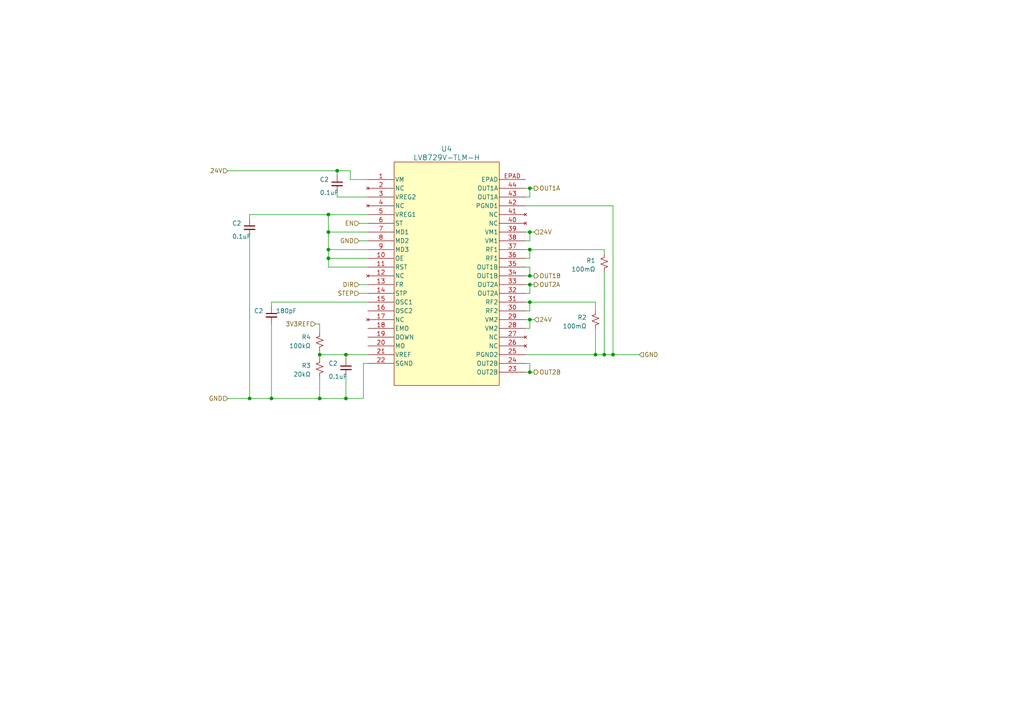
<source format=kicad_sch>
(kicad_sch (version 20230121) (generator eeschema)
  (paper "A4")
  (lib_symbols
    (symbol "1_b7parts:LV8729V-TLM-H" (pin_names (offset 0.254))
      (property "Reference" "U" (at 22.86 10.16 0))
      (property "Value" "LV8729V-TLM-H" (at 22.86 7.62 0))
      (symbol "LV8729V-TLM-H_1_1"
        (rectangle (start 7.62 5.08) (end 38.1 -59.69) (fill (type background)))
        (pin power_in line (at 0 0 0) (length 7.62) (name "VM") (number "1"))
        (pin unspecified line (at 0 -22.86 0) (length 7.62) (name "OE") (number "10"))
        (pin input line (at 0 -25.4 0) (length 7.62) (name "RST") (number "11"))
        (pin no_connect line (at 0 -27.94 0) (length 7.62) (name "NC") (number "12"))
        (pin input line (at 0 -30.48 0) (length 7.62) (name "FR") (number "13"))
        (pin input line (at 0 -33.02 0) (length 7.62) (name "STP") (number "14"))
        (pin unspecified line (at 0 -35.56 0) (length 7.62) (name "OSC1") (number "15"))
        (pin unspecified line (at 0 -38.1 0) (length 7.62) (name "OSC2") (number "16"))
        (pin no_connect line (at 0 -40.64 0) (length 7.62) (name "NC") (number "17"))
        (pin output line (at 0 -43.18 0) (length 7.62) (name "EMO") (number "18"))
        (pin output line (at 0 -45.72 0) (length 7.62) (name "DOWN") (number "19"))
        (pin no_connect line (at 0 -2.54 0) (length 7.62) (name "NC") (number "2"))
        (pin unspecified line (at 0 -48.26 0) (length 7.62) (name "MO") (number "20"))
        (pin input line (at 0 -50.8 0) (length 7.62) (name "VREF") (number "21"))
        (pin power_out line (at 0 -53.34 0) (length 7.62) (name "SGND") (number "22"))
        (pin output line (at 45.72 -55.88 180) (length 7.62) (name "OUT2B") (number "23"))
        (pin output line (at 45.72 -53.34 180) (length 7.62) (name "OUT2B") (number "24"))
        (pin power_out line (at 45.72 -50.8 180) (length 7.62) (name "PGND2") (number "25"))
        (pin no_connect line (at 45.72 -48.26 180) (length 7.62) (name "NC") (number "26"))
        (pin no_connect line (at 45.72 -45.72 180) (length 7.62) (name "NC") (number "27"))
        (pin power_in line (at 45.72 -43.18 180) (length 7.62) (name "VM2") (number "28"))
        (pin power_in line (at 45.72 -40.64 180) (length 7.62) (name "VM2") (number "29"))
        (pin unspecified line (at 0 -5.08 0) (length 7.62) (name "VREG2") (number "3"))
        (pin unspecified line (at 45.72 -38.1 180) (length 7.62) (name "RF2") (number "30"))
        (pin unspecified line (at 45.72 -35.56 180) (length 7.62) (name "RF2") (number "31"))
        (pin output line (at 45.72 -33.02 180) (length 7.62) (name "OUT2A") (number "32"))
        (pin output line (at 45.72 -30.48 180) (length 7.62) (name "OUT2A") (number "33"))
        (pin output line (at 45.72 -27.94 180) (length 7.62) (name "OUT1B") (number "34"))
        (pin output line (at 45.72 -25.4 180) (length 7.62) (name "OUT1B") (number "35"))
        (pin unspecified line (at 45.72 -22.86 180) (length 7.62) (name "RF1") (number "36"))
        (pin unspecified line (at 45.72 -20.32 180) (length 7.62) (name "RF1") (number "37"))
        (pin power_in line (at 45.72 -17.78 180) (length 7.62) (name "VM1") (number "38"))
        (pin power_in line (at 45.72 -15.24 180) (length 7.62) (name "VM1") (number "39"))
        (pin no_connect line (at 0 -7.62 0) (length 7.62) (name "NC") (number "4"))
        (pin no_connect line (at 45.72 -12.7 180) (length 7.62) (name "NC") (number "40"))
        (pin no_connect line (at 45.72 -10.16 180) (length 7.62) (name "NC") (number "41"))
        (pin power_out line (at 45.72 -7.62 180) (length 7.62) (name "PGND1") (number "42"))
        (pin output line (at 45.72 -5.08 180) (length 7.62) (name "OUT1A") (number "43"))
        (pin output line (at 45.72 -2.54 180) (length 7.62) (name "OUT1A") (number "44"))
        (pin unspecified line (at 0 -10.16 0) (length 7.62) (name "VREG1") (number "5"))
        (pin unspecified line (at 0 -12.7 0) (length 7.62) (name "ST") (number "6"))
        (pin unspecified line (at 0 -15.24 0) (length 7.62) (name "MD1") (number "7"))
        (pin unspecified line (at 0 -17.78 0) (length 7.62) (name "MD2") (number "8"))
        (pin unspecified line (at 0 -20.32 0) (length 7.62) (name "MD3") (number "9"))
        (pin unspecified line (at 45.72 0 180) (length 7.62) (name "EPAD") (number "EPAD"))
      )
    )
    (symbol "Device:C_Small" (pin_numbers hide) (pin_names (offset 0.254) hide)
      (property "Reference" "C" (at 0.254 1.778 0))
      (property "Value" "C_Small" (at 0.254 -2.032 0))
      (symbol "C_Small_0_1"
        (polyline (pts (xy -1.524 -0.508) (xy 1.524 -0.508)) (stroke (width 0.3302)))
        (polyline (pts (xy -1.524 0.508) (xy 1.524 0.508)) (stroke (width 0.3048)))
      )
      (symbol "C_Small_1_1"
        (pin passive line (at 0 2.54 270) (length 2.032) (name "~") (number "1"))
        (pin passive line (at 0 -2.54 90) (length 2.032) (name "~") (number "2"))
      )
    )
    (symbol "Device:R_Small_US" (pin_numbers hide) (pin_names (offset 0.254) hide)
      (property "Reference" "R" (at 0.762 0.508 0))
      (property "Value" "R_Small_US" (at 0.762 -1.016 0))
      (symbol "R_Small_US_1_1"
        (polyline (pts (xy 0 0) (xy 1.016 -0.381) (xy 0 -0.762) (xy -1.016 -1.143) (xy 0 -1.524)))
        (polyline (pts (xy 0 1.524) (xy 1.016 1.143) (xy 0 0.762) (xy -1.016 0.381) (xy 0 0)))
        (pin passive line (at 0 2.54 270) (length 1.016) (name "~") (number "1"))
        (pin passive line (at 0 -2.54 90) (length 1.016) (name "~") (number "2"))
      )
    )
  )
  (junction (at 153.67 92.71))
  (junction (at 177.8 102.87))
  (junction (at 97.79 49.53))
  (junction (at 78.74 115.57))
  (junction (at 153.67 80.01))
  (junction (at 95.25 62.23))
  (junction (at 92.71 115.57))
  (junction (at 153.67 87.63))
  (junction (at 100.33 102.87))
  (junction (at 95.25 67.31))
  (junction (at 153.67 82.55))
  (junction (at 100.33 115.57))
  (junction (at 153.67 54.61))
  (junction (at 153.67 107.95))
  (junction (at 95.25 74.93))
  (junction (at 175.26 102.87))
  (junction (at 153.67 67.31))
  (junction (at 153.67 72.39))
  (junction (at 95.25 72.39))
  (junction (at 72.39 115.57))
  (junction (at 172.72 102.87))
  (junction (at 92.71 102.87))
  (wire (pts (xy 104.14 82.55) (xy 106.68 82.55)))
  (wire (pts (xy 153.67 95.25) (xy 153.67 92.71)))
  (wire (pts (xy 172.72 102.87) (xy 175.26 102.87)))
  (wire (pts (xy 92.71 109.22) (xy 92.71 115.57)))
  (wire (pts (xy 177.8 59.69) (xy 177.8 102.87)))
  (wire (pts (xy 92.71 102.87) (xy 100.33 102.87)))
  (wire (pts (xy 153.67 74.93) (xy 153.67 72.39)))
  (wire (pts (xy 152.4 87.63) (xy 153.67 87.63)))
  (wire (pts (xy 152.4 80.01) (xy 153.67 80.01)))
  (wire (pts (xy 100.33 115.57) (xy 105.41 115.57)))
  (wire (pts (xy 95.25 62.23) (xy 106.68 62.23)))
  (wire (pts (xy 152.4 102.87) (xy 172.72 102.87)))
  (wire (pts (xy 152.4 69.85) (xy 153.67 69.85)))
  (wire (pts (xy 172.72 95.25) (xy 172.72 102.87)))
  (wire (pts (xy 106.68 77.47) (xy 95.25 77.47)))
  (wire (pts (xy 92.71 115.57) (xy 100.33 115.57)))
  (wire (pts (xy 152.4 82.55) (xy 153.67 82.55)))
  (wire (pts (xy 175.26 78.74) (xy 175.26 102.87)))
  (wire (pts (xy 72.39 115.57) (xy 78.74 115.57)))
  (wire (pts (xy 100.33 102.87) (xy 100.33 104.14)))
  (wire (pts (xy 104.14 85.09) (xy 106.68 85.09)))
  (wire (pts (xy 72.39 62.23) (xy 95.25 62.23)))
  (wire (pts (xy 92.71 101.6) (xy 92.71 102.87)))
  (wire (pts (xy 177.8 102.87) (xy 185.42 102.87)))
  (wire (pts (xy 78.74 115.57) (xy 92.71 115.57)))
  (wire (pts (xy 97.79 49.53) (xy 97.79 50.8)))
  (wire (pts (xy 106.68 72.39) (xy 95.25 72.39)))
  (wire (pts (xy 175.26 102.87) (xy 177.8 102.87)))
  (wire (pts (xy 152.4 92.71) (xy 153.67 92.71)))
  (wire (pts (xy 97.79 57.15) (xy 106.68 57.15)))
  (wire (pts (xy 152.4 57.15) (xy 153.67 57.15)))
  (wire (pts (xy 78.74 87.63) (xy 106.68 87.63)))
  (wire (pts (xy 78.74 88.9) (xy 78.74 87.63)))
  (wire (pts (xy 95.25 74.93) (xy 95.25 72.39)))
  (wire (pts (xy 105.41 115.57) (xy 105.41 105.41)))
  (wire (pts (xy 104.14 69.85) (xy 106.68 69.85)))
  (wire (pts (xy 153.67 105.41) (xy 153.67 107.95)))
  (wire (pts (xy 101.6 49.53) (xy 101.6 52.07)))
  (wire (pts (xy 78.74 93.98) (xy 78.74 115.57)))
  (wire (pts (xy 153.67 67.31) (xy 154.94 67.31)))
  (wire (pts (xy 101.6 52.07) (xy 106.68 52.07)))
  (wire (pts (xy 152.4 72.39) (xy 153.67 72.39)))
  (wire (pts (xy 95.25 67.31) (xy 95.25 62.23)))
  (wire (pts (xy 106.68 102.87) (xy 100.33 102.87)))
  (wire (pts (xy 153.67 82.55) (xy 153.67 85.09)))
  (wire (pts (xy 153.67 90.17) (xy 153.67 87.63)))
  (wire (pts (xy 105.41 105.41) (xy 106.68 105.41)))
  (wire (pts (xy 97.79 55.88) (xy 97.79 57.15)))
  (wire (pts (xy 153.67 87.63) (xy 172.72 87.63)))
  (wire (pts (xy 153.67 107.95) (xy 154.94 107.95)))
  (wire (pts (xy 95.25 72.39) (xy 95.25 67.31)))
  (wire (pts (xy 95.25 77.47) (xy 95.25 74.93)))
  (wire (pts (xy 97.79 49.53) (xy 101.6 49.53)))
  (wire (pts (xy 152.4 54.61) (xy 153.67 54.61)))
  (wire (pts (xy 152.4 105.41) (xy 153.67 105.41)))
  (wire (pts (xy 152.4 67.31) (xy 153.67 67.31)))
  (wire (pts (xy 92.71 93.98) (xy 92.71 96.52)))
  (wire (pts (xy 106.68 74.93) (xy 95.25 74.93)))
  (wire (pts (xy 104.14 64.77) (xy 106.68 64.77)))
  (wire (pts (xy 92.71 104.14) (xy 92.71 102.87)))
  (wire (pts (xy 153.67 82.55) (xy 154.94 82.55)))
  (wire (pts (xy 153.67 54.61) (xy 153.67 57.15)))
  (wire (pts (xy 175.26 72.39) (xy 175.26 73.66)))
  (wire (pts (xy 66.04 49.53) (xy 97.79 49.53)))
  (wire (pts (xy 72.39 68.58) (xy 72.39 115.57)))
  (wire (pts (xy 153.67 72.39) (xy 175.26 72.39)))
  (wire (pts (xy 66.04 115.57) (xy 72.39 115.57)))
  (wire (pts (xy 172.72 87.63) (xy 172.72 90.17)))
  (wire (pts (xy 152.4 107.95) (xy 153.67 107.95)))
  (wire (pts (xy 153.67 69.85) (xy 153.67 67.31)))
  (wire (pts (xy 153.67 54.61) (xy 154.94 54.61)))
  (wire (pts (xy 106.68 67.31) (xy 95.25 67.31)))
  (wire (pts (xy 152.4 95.25) (xy 153.67 95.25)))
  (wire (pts (xy 152.4 74.93) (xy 153.67 74.93)))
  (wire (pts (xy 91.44 93.98) (xy 92.71 93.98)))
  (wire (pts (xy 152.4 59.69) (xy 177.8 59.69)))
  (wire (pts (xy 152.4 77.47) (xy 153.67 77.47)))
  (wire (pts (xy 153.67 77.47) (xy 153.67 80.01)))
  (wire (pts (xy 152.4 90.17) (xy 153.67 90.17)))
  (wire (pts (xy 152.4 85.09) (xy 153.67 85.09)))
  (wire (pts (xy 100.33 109.22) (xy 100.33 115.57)))
  (wire (pts (xy 153.67 80.01) (xy 154.94 80.01)))
  (wire (pts (xy 72.39 63.5) (xy 72.39 62.23)))
  (wire (pts (xy 153.67 92.71) (xy 154.94 92.71)))
  (hierarchical_label "3V3REF" (shape input) (at 91.44 93.98 180))
  (hierarchical_label "OUT1B" (shape output) (at 154.94 80.01 0))
  (hierarchical_label "GND" (shape input) (at 185.42 102.87 0))
  (hierarchical_label "EN" (shape input) (at 104.14 64.77 180))
  (hierarchical_label "24V" (shape input) (at 66.04 49.53 180))
  (hierarchical_label "24V" (shape input) (at 154.94 92.71 0))
  (hierarchical_label "24V" (shape input) (at 154.94 67.31 0))
  (hierarchical_label "GND" (shape input) (at 104.14 69.85 180))
  (hierarchical_label "STEP" (shape input) (at 104.14 85.09 180))
  (hierarchical_label "DIR" (shape input) (at 104.14 82.55 180))
  (hierarchical_label "OUT2B" (shape output) (at 154.94 107.95 0))
  (hierarchical_label "GND" (shape input) (at 66.04 115.57 180))
  (hierarchical_label "OUT2A" (shape output) (at 154.94 82.55 0))
  (hierarchical_label "OUT1A" (shape output) (at 154.94 54.61 0))
  (symbol (lib_id "Device:C_Small") (at 78.74 91.44 0) (unit 1)
    (property "Reference" "C2" (at 73.66 90.17 0) (effects (justify left)))
    (property "Value" "180pF" (at 80.01 90.17 0) (effects (justify left)))
    (instances (project "openpnp-controller-1.0" (path "" (reference "C2") (unit 1)) (path "" (reference "C11") (unit 1)) (path "" (reference "C14") (unit 1)) (path "" (reference "C18") (unit 1))))
  )
  (symbol (lib_id "Device:C_Small") (at 97.79 53.34 0) (unit 1)
    (property "Reference" "C2" (at 92.71 52.07 0) (effects (justify left)))
    (property "Value" "0.1uF" (at 92.71 55.88 0) (effects (justify left)))
    (instances (project "openpnp-controller-1.0" (path "" (reference "C2") (unit 1)) (path "" (reference "C9") (unit 1)) (path "" (reference "C15") (unit 1)) (path "" (reference "C19") (unit 1))))
  )
  (symbol (lib_id "Device:C_Small") (at 100.33 106.68 0) (unit 1)
    (property "Reference" "C2" (at 95.25 105.41 0) (effects (justify left)))
    (property "Value" "0.1uF" (at 95.25 109.22 0) (effects (justify left)))
    (instances (project "openpnp-controller-1.0" (path "" (reference "C2") (unit 1)) (path "" (reference "C12") (unit 1)) (path "" (reference "C16") (unit 1)) (path "" (reference "C20") (unit 1))))
  )
  (symbol (lib_id "Device:R_Small_US") (at 92.71 99.06 0) (mirror y) (unit 1)
    (property "Reference" "R4" (at 90.17 97.79 0) (effects (justify left)))
    (property "Value" "100kΩ" (at 90.17 100.33 0) (effects (justify left)))
    (instances (project "openpnp-controller-1.0" (path "" (reference "R4") (unit 1)) (path "" (reference "R5") (unit 1)) (path "" (reference "R9") (unit 1))))
  )
  (symbol (lib_id "Device:C_Small") (at 72.39 66.04 0) (unit 1)
    (property "Reference" "C2" (at 67.31 64.77 0) (effects (justify left)))
    (property "Value" "0.1uF" (at 67.31 68.58 0) (effects (justify left)))
    (instances (project "openpnp-controller-1.0" (path "" (reference "C2") (unit 1)) (path "" (reference "C10") (unit 1)) (path "" (reference "C13") (unit 1)) (path "" (reference "C17") (unit 1))))
  )
  (symbol (lib_id "Device:R_Small_US") (at 92.71 106.68 0) (mirror y) (unit 1)
    (property "Reference" "R3" (at 90.17 106.045 0) (effects (justify left)))
    (property "Value" "20kΩ" (at 90.17 108.585 0) (effects (justify left)))
    (instances (project "openpnp-controller-1.0" (path "" (reference "R3") (unit 1)) (path "" (reference "R6") (unit 1)) (path "" (reference "R10") (unit 1))))
  )
  (symbol (lib_id "1_b7parts:LV8729V-TLM-H") (at 106.68 52.07 0) (unit 1)
    (property "Reference" "U4" (at 129.54 43.18 0) (effects (font (size 1.524 1.524))))
    (property "Value" "LV8729V-TLM-H" (at 129.54 45.72 0) (effects (font (size 1.524 1.524))))
    (property "Footprint" "SSOP44K_5P6X15P45_ONS" (effects hide))
    (property "Datasheet" "LV8729V-TLM-H" (effects hide))
    (instances (project "openpnp-controller-1.0" (path "" (reference "U4") (unit 1)) (path "" (reference "U5") (unit 1)) (path "" (reference "U6") (unit 1))))
  )
  (symbol (lib_id "Device:R_Small_US") (at 175.26 76.2 0) (mirror y) (unit 1)
    (property "Reference" "R1" (at 172.72 75.565 0) (effects (justify left)))
    (property "Value" "100mΩ" (at 172.72 78.105 0) (effects (justify left)))
    (property "MPN" "RLC73PW2HR10FTE" (effects hide))
    (instances (project "openpnp-controller-1.0" (path "" (reference "R1") (unit 1)) (path "" (reference "R8") (unit 1)) (path "" (reference "R12") (unit 1))))
  )
  (symbol (lib_id "Device:R_Small_US") (at 172.72 92.71 0) (mirror y) (unit 1)
    (property "Reference" "R2" (at 170.18 92.075 0) (effects (justify left)))
    (property "Value" "100mΩ" (at 170.18 94.615 0) (effects (justify left)))
    (property "MPN" "RLC73PW2HR10FTE" (effects hide))
    (instances (project "openpnp-controller-1.0" (path "" (reference "R2") (unit 1)) (path "" (reference "R7") (unit 1)) (path "" (reference "R11") (unit 1))))
  )
)
</source>
